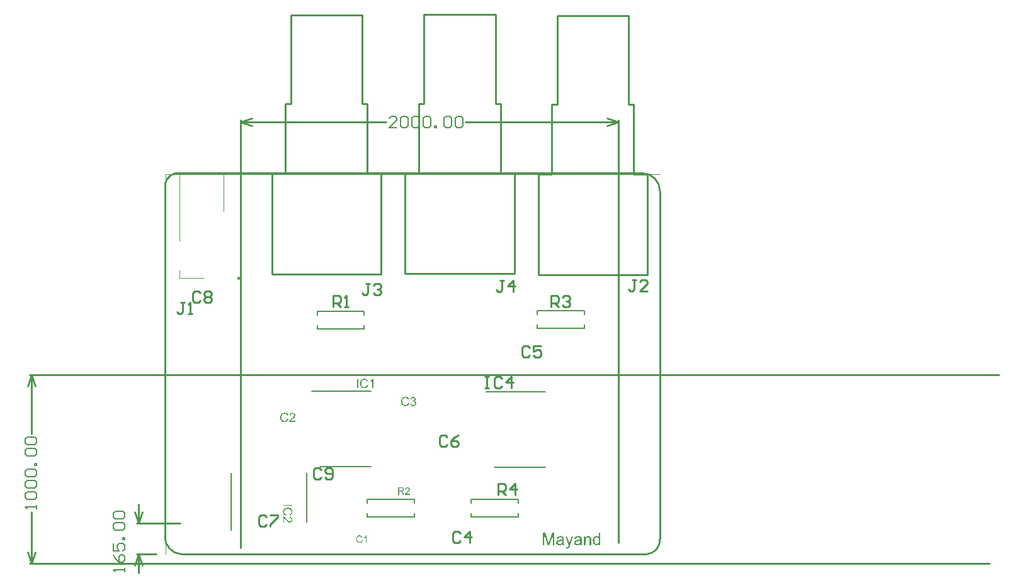
<source format=gto>
G04*
G04 #@! TF.GenerationSoftware,Altium Limited,Altium Designer,21.2.2 (38)*
G04*
G04 Layer_Color=65535*
%FSLAX25Y25*%
%MOIN*%
G70*
G04*
G04 #@! TF.SameCoordinates,E511DB09-7795-4F42-8736-8E558125F004*
G04*
G04*
G04 #@! TF.FilePolarity,Positive*
G04*
G01*
G75*
%ADD10C,0.01181*%
%ADD11C,0.00787*%
%ADD12C,0.00000*%
%ADD13C,0.01000*%
%ADD14C,0.00394*%
%ADD15C,0.00600*%
G36*
X310016Y47878D02*
X309285D01*
Y48461D01*
X309276Y48451D01*
X309266Y48433D01*
X309239Y48396D01*
X309202Y48349D01*
X309156Y48303D01*
X309100Y48248D01*
X309035Y48183D01*
X308952Y48118D01*
X308869Y48054D01*
X308776Y47989D01*
X308665Y47933D01*
X308545Y47887D01*
X308425Y47841D01*
X308286Y47804D01*
X308138Y47785D01*
X307981Y47776D01*
X307925D01*
X307888Y47785D01*
X307777Y47794D01*
X307648Y47813D01*
X307490Y47850D01*
X307315Y47905D01*
X307139Y47980D01*
X306963Y48081D01*
X306954D01*
X306945Y48100D01*
X306889Y48137D01*
X306806Y48211D01*
X306704Y48303D01*
X306584Y48423D01*
X306464Y48572D01*
X306344Y48738D01*
X306242Y48932D01*
Y48941D01*
X306233Y48960D01*
X306223Y48988D01*
X306205Y49025D01*
X306186Y49080D01*
X306158Y49145D01*
X306140Y49210D01*
X306121Y49293D01*
X306075Y49478D01*
X306029Y49691D01*
X306001Y49931D01*
X305992Y50190D01*
Y50200D01*
Y50218D01*
Y50255D01*
Y50310D01*
X306001Y50366D01*
Y50440D01*
X306020Y50607D01*
X306048Y50801D01*
X306094Y51013D01*
X306149Y51236D01*
X306223Y51448D01*
Y51458D01*
X306233Y51476D01*
X306251Y51504D01*
X306270Y51541D01*
X306325Y51643D01*
X306399Y51772D01*
X306491Y51911D01*
X306612Y52049D01*
X306750Y52197D01*
X306917Y52318D01*
X306926D01*
X306936Y52327D01*
X306963Y52346D01*
X307000Y52364D01*
X307093Y52410D01*
X307222Y52475D01*
X307370Y52530D01*
X307546Y52577D01*
X307740Y52614D01*
X307944Y52623D01*
X308018D01*
X308092Y52614D01*
X308193Y52605D01*
X308314Y52577D01*
X308443Y52549D01*
X308573Y52503D01*
X308693Y52438D01*
X308712Y52429D01*
X308749Y52410D01*
X308804Y52364D01*
X308878Y52318D01*
X308970Y52253D01*
X309054Y52170D01*
X309146Y52087D01*
X309229Y51985D01*
Y54279D01*
X310016D01*
Y47878D01*
D02*
G37*
G36*
X303633Y52614D02*
X303735Y52605D01*
X303855Y52586D01*
X303985Y52558D01*
X304123Y52521D01*
X304253Y52466D01*
X304272Y52456D01*
X304309Y52438D01*
X304373Y52410D01*
X304447Y52364D01*
X304540Y52308D01*
X304623Y52235D01*
X304706Y52161D01*
X304780Y52068D01*
X304789Y52059D01*
X304808Y52022D01*
X304836Y51976D01*
X304882Y51911D01*
X304919Y51818D01*
X304956Y51726D01*
X305002Y51615D01*
X305030Y51494D01*
Y51485D01*
X305039Y51448D01*
X305048Y51393D01*
X305058Y51319D01*
Y51208D01*
X305067Y51078D01*
X305076Y50921D01*
Y50727D01*
Y47878D01*
X304290D01*
Y50690D01*
Y50699D01*
Y50708D01*
Y50773D01*
Y50856D01*
X304281Y50958D01*
X304272Y51078D01*
X304253Y51199D01*
X304225Y51310D01*
X304198Y51411D01*
Y51420D01*
X304179Y51448D01*
X304151Y51494D01*
X304123Y51550D01*
X304077Y51605D01*
X304022Y51670D01*
X303948Y51735D01*
X303865Y51790D01*
X303855Y51800D01*
X303828Y51818D01*
X303772Y51837D01*
X303707Y51864D01*
X303633Y51892D01*
X303541Y51920D01*
X303430Y51929D01*
X303319Y51938D01*
X303273D01*
X303236Y51929D01*
X303143Y51920D01*
X303023Y51902D01*
X302893Y51855D01*
X302745Y51800D01*
X302597Y51726D01*
X302459Y51615D01*
X302440Y51596D01*
X302403Y51550D01*
X302375Y51513D01*
X302347Y51467D01*
X302310Y51411D01*
X302283Y51346D01*
X302246Y51272D01*
X302209Y51180D01*
X302181Y51078D01*
X302153Y50967D01*
X302135Y50847D01*
X302116Y50718D01*
X302098Y50560D01*
Y50403D01*
Y47878D01*
X301311D01*
Y52521D01*
X302014D01*
Y51855D01*
X302024Y51864D01*
X302042Y51892D01*
X302070Y51929D01*
X302107Y51976D01*
X302163Y52031D01*
X302227Y52096D01*
X302301Y52170D01*
X302394Y52244D01*
X302486Y52308D01*
X302597Y52382D01*
X302717Y52447D01*
X302847Y52503D01*
X302995Y52549D01*
X303143Y52586D01*
X303309Y52614D01*
X303485Y52623D01*
X303559D01*
X303633Y52614D01*
D02*
G37*
G36*
X285605Y47878D02*
X284791D01*
Y53233D01*
X282923Y47878D01*
X282164D01*
X280314Y53326D01*
Y47878D01*
X279500D01*
Y54279D01*
X280767D01*
X282284Y49737D01*
Y49728D01*
X282294Y49709D01*
X282303Y49681D01*
X282321Y49635D01*
X282358Y49524D01*
X282404Y49385D01*
X282451Y49228D01*
X282506Y49071D01*
X282553Y48923D01*
X282590Y48794D01*
X282599Y48812D01*
X282608Y48858D01*
X282636Y48941D01*
X282673Y49053D01*
X282719Y49200D01*
X282784Y49376D01*
X282849Y49580D01*
X282932Y49820D01*
X284467Y54279D01*
X285605D01*
Y47878D01*
D02*
G37*
G36*
X293893Y47804D02*
Y47794D01*
X293884Y47767D01*
X293865Y47730D01*
X293847Y47684D01*
X293819Y47619D01*
X293791Y47545D01*
X293726Y47387D01*
X293662Y47212D01*
X293588Y47036D01*
X293514Y46879D01*
X293477Y46814D01*
X293449Y46749D01*
X293440Y46731D01*
X293412Y46685D01*
X293366Y46620D01*
X293310Y46536D01*
X293236Y46444D01*
X293153Y46352D01*
X293070Y46259D01*
X292968Y46185D01*
X292959Y46176D01*
X292922Y46157D01*
X292866Y46130D01*
X292783Y46093D01*
X292690Y46055D01*
X292580Y46028D01*
X292459Y46009D01*
X292320Y46000D01*
X292284D01*
X292237Y46009D01*
X292173D01*
X292098Y46028D01*
X292015Y46046D01*
X291923Y46065D01*
X291821Y46102D01*
X291738Y46832D01*
X291747D01*
X291784Y46823D01*
X291830Y46814D01*
X291886Y46795D01*
X292034Y46768D01*
X292182Y46758D01*
X292228D01*
X292274Y46768D01*
X292330D01*
X292469Y46795D01*
X292533Y46823D01*
X292598Y46851D01*
X292607D01*
X292626Y46870D01*
X292653Y46888D01*
X292690Y46916D01*
X292774Y46990D01*
X292848Y47091D01*
Y47101D01*
X292866Y47119D01*
X292885Y47156D01*
X292903Y47212D01*
X292940Y47286D01*
X292977Y47397D01*
X293033Y47526D01*
X293088Y47684D01*
Y47693D01*
X293107Y47730D01*
X293125Y47794D01*
X293162Y47878D01*
X291405Y52521D01*
X292237D01*
X293209Y49830D01*
Y49820D01*
X293218Y49811D01*
X293227Y49783D01*
X293236Y49737D01*
X293255Y49691D01*
X293273Y49635D01*
X293320Y49506D01*
X293375Y49349D01*
X293430Y49163D01*
X293486Y48969D01*
X293542Y48757D01*
Y48766D01*
X293551Y48784D01*
X293560Y48812D01*
X293569Y48849D01*
X293579Y48895D01*
X293597Y48951D01*
X293634Y49090D01*
X293680Y49247D01*
X293745Y49432D01*
X293800Y49617D01*
X293875Y49811D01*
X294873Y52521D01*
X295660D01*
X293893Y47804D01*
D02*
G37*
G36*
X298499Y52614D02*
X298638Y52605D01*
X298796Y52586D01*
X298953Y52558D01*
X299110Y52521D01*
X299258Y52475D01*
X299276Y52466D01*
X299323Y52447D01*
X299388Y52420D01*
X299471Y52382D01*
X299563Y52327D01*
X299656Y52271D01*
X299739Y52197D01*
X299813Y52123D01*
X299822Y52114D01*
X299841Y52087D01*
X299868Y52040D01*
X299905Y51985D01*
X299952Y51902D01*
X299989Y51818D01*
X300026Y51717D01*
X300054Y51596D01*
Y51587D01*
X300063Y51559D01*
X300072Y51504D01*
X300081Y51430D01*
Y51328D01*
X300091Y51208D01*
X300100Y51051D01*
Y50875D01*
Y49820D01*
Y49811D01*
Y49774D01*
Y49718D01*
Y49645D01*
Y49561D01*
Y49459D01*
X300109Y49237D01*
Y49006D01*
X300118Y48775D01*
X300128Y48673D01*
Y48581D01*
X300137Y48498D01*
X300146Y48433D01*
Y48423D01*
X300155Y48386D01*
X300165Y48331D01*
X300192Y48257D01*
X300211Y48174D01*
X300248Y48081D01*
X300294Y47980D01*
X300340Y47878D01*
X299517D01*
X299508Y47887D01*
X299499Y47924D01*
X299480Y47970D01*
X299452Y48044D01*
X299425Y48127D01*
X299406Y48229D01*
X299388Y48340D01*
X299369Y48461D01*
X299360D01*
X299351Y48442D01*
X299295Y48396D01*
X299212Y48331D01*
X299101Y48248D01*
X298962Y48164D01*
X298823Y48072D01*
X298675Y47989D01*
X298518Y47924D01*
X298499Y47915D01*
X298444Y47905D01*
X298361Y47878D01*
X298259Y47850D01*
X298130Y47822D01*
X297982Y47804D01*
X297815Y47785D01*
X297649Y47776D01*
X297574D01*
X297519Y47785D01*
X297454D01*
X297380Y47794D01*
X297214Y47822D01*
X297029Y47868D01*
X296825Y47933D01*
X296640Y48026D01*
X296474Y48146D01*
X296455Y48164D01*
X296409Y48211D01*
X296344Y48294D01*
X296270Y48405D01*
X296196Y48544D01*
X296131Y48701D01*
X296085Y48895D01*
X296076Y48988D01*
X296067Y49099D01*
Y49117D01*
Y49154D01*
X296076Y49219D01*
X296085Y49302D01*
X296104Y49404D01*
X296131Y49506D01*
X296168Y49617D01*
X296215Y49718D01*
X296224Y49728D01*
X296242Y49765D01*
X296280Y49820D01*
X296326Y49885D01*
X296381Y49959D01*
X296455Y50033D01*
X296529Y50107D01*
X296622Y50172D01*
X296631Y50181D01*
X296668Y50200D01*
X296714Y50236D01*
X296788Y50274D01*
X296871Y50310D01*
X296973Y50357D01*
X297075Y50394D01*
X297195Y50431D01*
X297204D01*
X297241Y50440D01*
X297297Y50459D01*
X297371Y50468D01*
X297463Y50486D01*
X297584Y50505D01*
X297723Y50533D01*
X297889Y50551D01*
X297898D01*
X297935Y50560D01*
X297982D01*
X298046Y50569D01*
X298120Y50579D01*
X298213Y50597D01*
X298314Y50607D01*
X298426Y50625D01*
X298647Y50671D01*
X298888Y50718D01*
X299101Y50773D01*
X299202Y50801D01*
X299295Y50828D01*
Y50838D01*
Y50856D01*
X299304Y50912D01*
Y50977D01*
Y51013D01*
Y51032D01*
Y51041D01*
Y51051D01*
Y51106D01*
X299295Y51199D01*
X299276Y51300D01*
X299249Y51411D01*
X299202Y51522D01*
X299147Y51624D01*
X299073Y51707D01*
X299064Y51717D01*
X299018Y51753D01*
X298943Y51790D01*
X298851Y51846D01*
X298722Y51892D01*
X298573Y51938D01*
X298389Y51966D01*
X298176Y51976D01*
X298083D01*
X297991Y51966D01*
X297861Y51948D01*
X297732Y51929D01*
X297593Y51892D01*
X297463Y51846D01*
X297353Y51781D01*
X297343Y51772D01*
X297306Y51744D01*
X297260Y51698D01*
X297204Y51624D01*
X297149Y51531D01*
X297084Y51411D01*
X297029Y51263D01*
X296973Y51097D01*
X296205Y51199D01*
Y51208D01*
X296215Y51217D01*
Y51245D01*
X296224Y51282D01*
X296252Y51365D01*
X296289Y51485D01*
X296335Y51605D01*
X296391Y51735D01*
X296464Y51864D01*
X296548Y51985D01*
X296557Y51994D01*
X296594Y52031D01*
X296650Y52087D01*
X296724Y52161D01*
X296825Y52235D01*
X296946Y52308D01*
X297084Y52392D01*
X297241Y52456D01*
X297251D01*
X297260Y52466D01*
X297288Y52475D01*
X297325Y52484D01*
X297417Y52512D01*
X297547Y52540D01*
X297695Y52567D01*
X297880Y52595D01*
X298074Y52614D01*
X298296Y52623D01*
X298398D01*
X298499Y52614D01*
D02*
G37*
G36*
X289046D02*
X289185Y52605D01*
X289342Y52586D01*
X289499Y52558D01*
X289656Y52521D01*
X289805Y52475D01*
X289823Y52466D01*
X289869Y52447D01*
X289934Y52420D01*
X290017Y52382D01*
X290110Y52327D01*
X290202Y52271D01*
X290285Y52197D01*
X290359Y52123D01*
X290369Y52114D01*
X290387Y52087D01*
X290415Y52040D01*
X290452Y51985D01*
X290498Y51902D01*
X290535Y51818D01*
X290572Y51717D01*
X290600Y51596D01*
Y51587D01*
X290609Y51559D01*
X290618Y51504D01*
X290628Y51430D01*
Y51328D01*
X290637Y51208D01*
X290646Y51051D01*
Y50875D01*
Y49820D01*
Y49811D01*
Y49774D01*
Y49718D01*
Y49645D01*
Y49561D01*
Y49459D01*
X290655Y49237D01*
Y49006D01*
X290665Y48775D01*
X290674Y48673D01*
Y48581D01*
X290683Y48498D01*
X290692Y48433D01*
Y48423D01*
X290702Y48386D01*
X290711Y48331D01*
X290739Y48257D01*
X290757Y48174D01*
X290794Y48081D01*
X290841Y47980D01*
X290887Y47878D01*
X290064D01*
X290054Y47887D01*
X290045Y47924D01*
X290026Y47970D01*
X289999Y48044D01*
X289971Y48127D01*
X289952Y48229D01*
X289934Y48340D01*
X289915Y48461D01*
X289906D01*
X289897Y48442D01*
X289842Y48396D01*
X289758Y48331D01*
X289647Y48248D01*
X289509Y48164D01*
X289370Y48072D01*
X289222Y47989D01*
X289065Y47924D01*
X289046Y47915D01*
X288990Y47905D01*
X288907Y47878D01*
X288806Y47850D01*
X288676Y47822D01*
X288528Y47804D01*
X288362Y47785D01*
X288195Y47776D01*
X288121D01*
X288066Y47785D01*
X288001D01*
X287927Y47794D01*
X287760Y47822D01*
X287575Y47868D01*
X287372Y47933D01*
X287187Y48026D01*
X287020Y48146D01*
X287002Y48164D01*
X286955Y48211D01*
X286891Y48294D01*
X286817Y48405D01*
X286743Y48544D01*
X286678Y48701D01*
X286632Y48895D01*
X286623Y48988D01*
X286613Y49099D01*
Y49117D01*
Y49154D01*
X286623Y49219D01*
X286632Y49302D01*
X286650Y49404D01*
X286678Y49506D01*
X286715Y49617D01*
X286761Y49718D01*
X286771Y49728D01*
X286789Y49765D01*
X286826Y49820D01*
X286872Y49885D01*
X286928Y49959D01*
X287002Y50033D01*
X287076Y50107D01*
X287168Y50172D01*
X287177Y50181D01*
X287214Y50200D01*
X287261Y50236D01*
X287335Y50274D01*
X287418Y50310D01*
X287520Y50357D01*
X287621Y50394D01*
X287742Y50431D01*
X287751D01*
X287788Y50440D01*
X287843Y50459D01*
X287917Y50468D01*
X288010Y50486D01*
X288130Y50505D01*
X288269Y50533D01*
X288436Y50551D01*
X288445D01*
X288482Y50560D01*
X288528D01*
X288593Y50569D01*
X288667Y50579D01*
X288759Y50597D01*
X288861Y50607D01*
X288972Y50625D01*
X289194Y50671D01*
X289435Y50718D01*
X289647Y50773D01*
X289749Y50801D01*
X289842Y50828D01*
Y50838D01*
Y50856D01*
X289851Y50912D01*
Y50977D01*
Y51013D01*
Y51032D01*
Y51041D01*
Y51051D01*
Y51106D01*
X289842Y51199D01*
X289823Y51300D01*
X289795Y51411D01*
X289749Y51522D01*
X289693Y51624D01*
X289619Y51707D01*
X289610Y51717D01*
X289564Y51753D01*
X289490Y51790D01*
X289398Y51846D01*
X289268Y51892D01*
X289120Y51938D01*
X288935Y51966D01*
X288722Y51976D01*
X288630D01*
X288537Y51966D01*
X288408Y51948D01*
X288278Y51929D01*
X288140Y51892D01*
X288010Y51846D01*
X287899Y51781D01*
X287890Y51772D01*
X287853Y51744D01*
X287807Y51698D01*
X287751Y51624D01*
X287696Y51531D01*
X287631Y51411D01*
X287575Y51263D01*
X287520Y51097D01*
X286752Y51199D01*
Y51208D01*
X286761Y51217D01*
Y51245D01*
X286771Y51282D01*
X286798Y51365D01*
X286835Y51485D01*
X286881Y51605D01*
X286937Y51735D01*
X287011Y51864D01*
X287094Y51985D01*
X287104Y51994D01*
X287140Y52031D01*
X287196Y52087D01*
X287270Y52161D01*
X287372Y52235D01*
X287492Y52308D01*
X287631Y52392D01*
X287788Y52456D01*
X287797D01*
X287807Y52466D01*
X287834Y52475D01*
X287871Y52484D01*
X287964Y52512D01*
X288093Y52540D01*
X288241Y52567D01*
X288426Y52595D01*
X288620Y52614D01*
X288843Y52623D01*
X288944D01*
X289046Y52614D01*
D02*
G37*
G36*
X146901Y68595D02*
X142099D01*
Y69233D01*
X146901D01*
Y68595D01*
D02*
G37*
G36*
X144660Y67651D02*
X144729D01*
X144798Y67644D01*
X144889Y67637D01*
X144979Y67623D01*
X145180Y67588D01*
X145402Y67540D01*
X145624Y67470D01*
X145839Y67373D01*
X145846Y67366D01*
X145867Y67359D01*
X145895Y67345D01*
X145930Y67318D01*
X145978Y67290D01*
X146034Y67255D01*
X146159Y67165D01*
X146298Y67047D01*
X146436Y66908D01*
X146575Y66749D01*
X146693Y66561D01*
X146700Y66554D01*
X146707Y66533D01*
X146721Y66506D01*
X146742Y66471D01*
X146762Y66415D01*
X146783Y66360D01*
X146811Y66290D01*
X146839Y66214D01*
X146867Y66131D01*
X146894Y66041D01*
X146936Y65846D01*
X146971Y65624D01*
X146985Y65395D01*
Y65326D01*
X146978Y65277D01*
X146971Y65215D01*
X146964Y65139D01*
X146957Y65062D01*
X146936Y64972D01*
X146894Y64784D01*
X146832Y64576D01*
X146790Y64472D01*
X146742Y64375D01*
X146679Y64278D01*
X146617Y64181D01*
X146610Y64174D01*
X146603Y64160D01*
X146582Y64132D01*
X146547Y64097D01*
X146513Y64063D01*
X146464Y64014D01*
X146408Y63966D01*
X146353Y63910D01*
X146284Y63855D01*
X146200Y63799D01*
X146117Y63737D01*
X146027Y63681D01*
X145923Y63633D01*
X145819Y63577D01*
X145708Y63535D01*
X145583Y63494D01*
X145437Y64118D01*
X145444D01*
X145458Y64125D01*
X145485Y64139D01*
X145520Y64153D01*
X145562Y64167D01*
X145617Y64188D01*
X145728Y64243D01*
X145853Y64313D01*
X145978Y64396D01*
X146096Y64500D01*
X146200Y64611D01*
X146214Y64625D01*
X146242Y64667D01*
X146277Y64736D01*
X146325Y64826D01*
X146367Y64944D01*
X146408Y65076D01*
X146436Y65236D01*
X146443Y65409D01*
Y65465D01*
X146436Y65499D01*
Y65548D01*
X146429Y65604D01*
X146408Y65735D01*
X146381Y65881D01*
X146332Y66034D01*
X146263Y66193D01*
X146172Y66339D01*
Y66346D01*
X146159Y66353D01*
X146124Y66402D01*
X146068Y66464D01*
X145985Y66540D01*
X145881Y66631D01*
X145763Y66714D01*
X145617Y66790D01*
X145458Y66860D01*
X145451D01*
X145437Y66866D01*
X145416Y66874D01*
X145381Y66880D01*
X145340Y66894D01*
X145291Y66908D01*
X145173Y66929D01*
X145034Y66957D01*
X144882Y66984D01*
X144715Y66998D01*
X144535Y67005D01*
X144528D01*
X144507D01*
X144472D01*
X144431D01*
X144382Y66998D01*
X144320D01*
X144250Y66992D01*
X144174Y66984D01*
X144007Y66964D01*
X143827Y66929D01*
X143646Y66887D01*
X143466Y66832D01*
X143459D01*
X143445Y66825D01*
X143424Y66811D01*
X143390Y66797D01*
X143306Y66755D01*
X143209Y66693D01*
X143098Y66617D01*
X142980Y66519D01*
X142876Y66408D01*
X142779Y66277D01*
Y66270D01*
X142772Y66256D01*
X142758Y66235D01*
X142744Y66207D01*
X142730Y66172D01*
X142710Y66131D01*
X142668Y66034D01*
X142626Y65909D01*
X142592Y65770D01*
X142564Y65617D01*
X142557Y65458D01*
Y65409D01*
X142564Y65368D01*
Y65319D01*
X142571Y65270D01*
X142598Y65145D01*
X142633Y65000D01*
X142689Y64854D01*
X142765Y64701D01*
X142807Y64625D01*
X142862Y64556D01*
X142869Y64549D01*
X142876Y64542D01*
X142897Y64521D01*
X142918Y64493D01*
X142952Y64465D01*
X142994Y64431D01*
X143036Y64389D01*
X143091Y64354D01*
X143154Y64313D01*
X143223Y64264D01*
X143292Y64222D01*
X143376Y64181D01*
X143466Y64146D01*
X143563Y64111D01*
X143667Y64077D01*
X143778Y64049D01*
X143619Y63410D01*
X143612D01*
X143584Y63417D01*
X143542Y63431D01*
X143487Y63452D01*
X143424Y63473D01*
X143348Y63501D01*
X143265Y63535D01*
X143175Y63577D01*
X142980Y63674D01*
X142786Y63799D01*
X142689Y63875D01*
X142592Y63952D01*
X142508Y64035D01*
X142425Y64132D01*
X142418Y64139D01*
X142404Y64153D01*
X142390Y64188D01*
X142362Y64222D01*
X142328Y64278D01*
X142293Y64333D01*
X142258Y64410D01*
X142224Y64486D01*
X142182Y64576D01*
X142147Y64674D01*
X142113Y64778D01*
X142078Y64889D01*
X142050Y65007D01*
X142036Y65131D01*
X142022Y65263D01*
X142016Y65402D01*
Y65478D01*
X142022Y65534D01*
Y65596D01*
X142029Y65673D01*
X142043Y65756D01*
X142057Y65853D01*
X142092Y66055D01*
X142147Y66263D01*
X142224Y66471D01*
X142272Y66568D01*
X142328Y66665D01*
X142335Y66672D01*
X142342Y66686D01*
X142362Y66714D01*
X142390Y66742D01*
X142418Y66783D01*
X142460Y66832D01*
X142508Y66887D01*
X142564Y66943D01*
X142626Y66998D01*
X142689Y67061D01*
X142848Y67186D01*
X143036Y67304D01*
X143244Y67408D01*
X143251D01*
X143272Y67422D01*
X143306Y67429D01*
X143348Y67449D01*
X143403Y67463D01*
X143473Y67484D01*
X143549Y67512D01*
X143632Y67533D01*
X143723Y67554D01*
X143827Y67581D01*
X144042Y67616D01*
X144285Y67644D01*
X144535Y67658D01*
X144542D01*
X144569D01*
X144611D01*
X144660Y67651D01*
D02*
G37*
G36*
X142231Y62945D02*
X142293Y62938D01*
X142362Y62925D01*
X142432Y62911D01*
X142508Y62883D01*
X142515D01*
X142522Y62876D01*
X142564Y62862D01*
X142626Y62834D01*
X142710Y62793D01*
X142807Y62737D01*
X142918Y62668D01*
X143029Y62591D01*
X143147Y62494D01*
X143154D01*
X143161Y62480D01*
X143202Y62446D01*
X143265Y62383D01*
X143355Y62293D01*
X143459Y62189D01*
X143584Y62057D01*
X143723Y61897D01*
X143869Y61724D01*
X143875Y61717D01*
X143896Y61689D01*
X143931Y61648D01*
X143973Y61599D01*
X144028Y61537D01*
X144090Y61460D01*
X144160Y61384D01*
X144236Y61294D01*
X144403Y61120D01*
X144569Y60947D01*
X144653Y60863D01*
X144736Y60787D01*
X144812Y60718D01*
X144889Y60662D01*
X144896D01*
X144903Y60648D01*
X144923Y60634D01*
X144951Y60620D01*
X145027Y60572D01*
X145118Y60516D01*
X145229Y60468D01*
X145347Y60419D01*
X145478Y60391D01*
X145604Y60378D01*
X145610D01*
X145617D01*
X145659Y60385D01*
X145728Y60391D01*
X145805Y60412D01*
X145902Y60440D01*
X145999Y60489D01*
X146096Y60551D01*
X146193Y60634D01*
X146207Y60648D01*
X146235Y60683D01*
X146270Y60732D01*
X146318Y60808D01*
X146360Y60905D01*
X146402Y61016D01*
X146429Y61148D01*
X146436Y61294D01*
Y61335D01*
X146429Y61363D01*
X146422Y61446D01*
X146402Y61544D01*
X146374Y61648D01*
X146325Y61766D01*
X146263Y61877D01*
X146179Y61981D01*
X146166Y61995D01*
X146131Y62022D01*
X146075Y62064D01*
X145992Y62106D01*
X145895Y62154D01*
X145770Y62196D01*
X145631Y62224D01*
X145472Y62238D01*
X145534Y62841D01*
X145541D01*
X145562Y62834D01*
X145597D01*
X145645Y62827D01*
X145701Y62814D01*
X145763Y62800D01*
X145839Y62779D01*
X145916Y62758D01*
X146082Y62703D01*
X146249Y62619D01*
X146332Y62571D01*
X146415Y62508D01*
X146492Y62446D01*
X146561Y62376D01*
X146568Y62369D01*
X146575Y62356D01*
X146596Y62335D01*
X146617Y62300D01*
X146644Y62258D01*
X146672Y62210D01*
X146707Y62154D01*
X146742Y62085D01*
X146776Y62009D01*
X146811Y61925D01*
X146839Y61835D01*
X146867Y61738D01*
X146887Y61634D01*
X146908Y61523D01*
X146915Y61405D01*
X146922Y61280D01*
Y61210D01*
X146915Y61162D01*
X146908Y61106D01*
X146901Y61037D01*
X146887Y60961D01*
X146873Y60884D01*
X146825Y60704D01*
X146756Y60523D01*
X146714Y60433D01*
X146665Y60343D01*
X146603Y60260D01*
X146533Y60183D01*
X146527Y60176D01*
X146519Y60163D01*
X146492Y60149D01*
X146464Y60121D01*
X146429Y60086D01*
X146381Y60052D01*
X146332Y60017D01*
X146270Y59975D01*
X146138Y59906D01*
X145971Y59836D01*
X145888Y59809D01*
X145791Y59795D01*
X145694Y59781D01*
X145590Y59774D01*
X145576D01*
X145541D01*
X145485Y59781D01*
X145409Y59788D01*
X145326Y59802D01*
X145229Y59829D01*
X145125Y59857D01*
X145020Y59899D01*
X145007Y59906D01*
X144972Y59920D01*
X144916Y59947D01*
X144840Y59989D01*
X144757Y60044D01*
X144653Y60114D01*
X144549Y60197D01*
X144431Y60294D01*
X144417Y60308D01*
X144375Y60343D01*
X144340Y60378D01*
X144306Y60412D01*
X144264Y60454D01*
X144209Y60510D01*
X144153Y60565D01*
X144090Y60634D01*
X144021Y60704D01*
X143945Y60787D01*
X143869Y60877D01*
X143778Y60975D01*
X143688Y61085D01*
X143591Y61197D01*
X143584Y61203D01*
X143570Y61217D01*
X143549Y61245D01*
X143521Y61280D01*
X143480Y61322D01*
X143438Y61370D01*
X143348Y61481D01*
X143244Y61599D01*
X143140Y61710D01*
X143050Y61807D01*
X143015Y61849D01*
X142980Y61884D01*
X142973Y61891D01*
X142952Y61911D01*
X142925Y61939D01*
X142883Y61974D01*
X142834Y62009D01*
X142786Y62050D01*
X142668Y62134D01*
Y59767D01*
X142099D01*
Y62952D01*
X142106D01*
X142133D01*
X142175D01*
X142231Y62945D01*
D02*
G37*
G36*
X207962Y78423D02*
X208006Y78417D01*
X208062Y78412D01*
X208123Y78401D01*
X208184Y78390D01*
X208328Y78351D01*
X208472Y78295D01*
X208545Y78262D01*
X208617Y78223D01*
X208683Y78173D01*
X208745Y78118D01*
X208750Y78112D01*
X208761Y78107D01*
X208772Y78084D01*
X208794Y78062D01*
X208822Y78035D01*
X208850Y77996D01*
X208878Y77957D01*
X208911Y77907D01*
X208966Y77802D01*
X209022Y77668D01*
X209044Y77602D01*
X209055Y77524D01*
X209066Y77446D01*
X209072Y77363D01*
Y77352D01*
Y77324D01*
X209066Y77280D01*
X209061Y77219D01*
X209050Y77152D01*
X209028Y77074D01*
X209005Y76991D01*
X208972Y76908D01*
X208966Y76897D01*
X208955Y76869D01*
X208933Y76825D01*
X208900Y76764D01*
X208856Y76697D01*
X208800Y76614D01*
X208733Y76530D01*
X208656Y76436D01*
X208645Y76425D01*
X208617Y76392D01*
X208589Y76364D01*
X208561Y76336D01*
X208528Y76303D01*
X208484Y76259D01*
X208439Y76214D01*
X208384Y76164D01*
X208328Y76109D01*
X208262Y76048D01*
X208190Y75987D01*
X208112Y75915D01*
X208023Y75842D01*
X207934Y75765D01*
X207929Y75759D01*
X207917Y75748D01*
X207895Y75731D01*
X207868Y75709D01*
X207834Y75676D01*
X207795Y75643D01*
X207707Y75570D01*
X207612Y75487D01*
X207523Y75404D01*
X207446Y75332D01*
X207413Y75304D01*
X207385Y75276D01*
X207379Y75271D01*
X207363Y75254D01*
X207340Y75232D01*
X207313Y75199D01*
X207285Y75160D01*
X207252Y75121D01*
X207185Y75027D01*
X209078D01*
Y74571D01*
X206530D01*
Y74577D01*
Y74599D01*
Y74632D01*
X206536Y74677D01*
X206541Y74727D01*
X206552Y74782D01*
X206563Y74838D01*
X206586Y74899D01*
Y74904D01*
X206591Y74910D01*
X206602Y74943D01*
X206624Y74993D01*
X206658Y75060D01*
X206702Y75138D01*
X206758Y75226D01*
X206819Y75315D01*
X206896Y75409D01*
Y75415D01*
X206907Y75420D01*
X206935Y75454D01*
X206985Y75504D01*
X207057Y75576D01*
X207140Y75659D01*
X207246Y75759D01*
X207374Y75870D01*
X207512Y75987D01*
X207518Y75992D01*
X207540Y76009D01*
X207573Y76037D01*
X207612Y76070D01*
X207662Y76114D01*
X207723Y76164D01*
X207784Y76220D01*
X207856Y76281D01*
X207995Y76414D01*
X208134Y76547D01*
X208201Y76614D01*
X208262Y76680D01*
X208317Y76741D01*
X208362Y76802D01*
Y76808D01*
X208373Y76814D01*
X208384Y76830D01*
X208395Y76852D01*
X208434Y76913D01*
X208478Y76986D01*
X208517Y77074D01*
X208556Y77169D01*
X208578Y77274D01*
X208589Y77374D01*
Y77380D01*
Y77385D01*
X208583Y77419D01*
X208578Y77474D01*
X208561Y77535D01*
X208539Y77613D01*
X208500Y77691D01*
X208450Y77768D01*
X208384Y77846D01*
X208373Y77857D01*
X208345Y77879D01*
X208306Y77907D01*
X208245Y77946D01*
X208167Y77979D01*
X208079Y78012D01*
X207973Y78035D01*
X207856Y78040D01*
X207823D01*
X207801Y78035D01*
X207734Y78029D01*
X207657Y78012D01*
X207573Y77990D01*
X207479Y77951D01*
X207390Y77901D01*
X207307Y77835D01*
X207296Y77824D01*
X207274Y77796D01*
X207240Y77751D01*
X207207Y77685D01*
X207168Y77607D01*
X207135Y77507D01*
X207113Y77396D01*
X207102Y77269D01*
X206619Y77319D01*
Y77324D01*
X206624Y77341D01*
Y77369D01*
X206630Y77407D01*
X206641Y77452D01*
X206652Y77502D01*
X206669Y77563D01*
X206685Y77624D01*
X206730Y77757D01*
X206796Y77890D01*
X206835Y77957D01*
X206885Y78023D01*
X206935Y78084D01*
X206991Y78140D01*
X206996Y78146D01*
X207007Y78151D01*
X207024Y78168D01*
X207052Y78184D01*
X207085Y78207D01*
X207124Y78229D01*
X207168Y78257D01*
X207224Y78284D01*
X207285Y78312D01*
X207351Y78340D01*
X207424Y78362D01*
X207501Y78384D01*
X207585Y78401D01*
X207673Y78417D01*
X207768Y78423D01*
X207868Y78429D01*
X207923D01*
X207962Y78423D01*
D02*
G37*
G36*
X204749Y78406D02*
X204798D01*
X204915Y78401D01*
X205037Y78384D01*
X205170Y78368D01*
X205292Y78340D01*
X205353Y78323D01*
X205403Y78307D01*
X205409D01*
X205415Y78301D01*
X205448Y78284D01*
X205498Y78262D01*
X205559Y78223D01*
X205625Y78173D01*
X205697Y78107D01*
X205764Y78029D01*
X205831Y77940D01*
Y77935D01*
X205836Y77929D01*
X205858Y77896D01*
X205881Y77840D01*
X205914Y77768D01*
X205942Y77685D01*
X205970Y77585D01*
X205986Y77480D01*
X205992Y77363D01*
Y77358D01*
Y77346D01*
Y77324D01*
X205986Y77296D01*
Y77258D01*
X205981Y77219D01*
X205958Y77124D01*
X205925Y77013D01*
X205881Y76897D01*
X205814Y76780D01*
X205770Y76725D01*
X205725Y76669D01*
X205720Y76664D01*
X205714Y76658D01*
X205697Y76641D01*
X205675Y76625D01*
X205648Y76603D01*
X205614Y76581D01*
X205570Y76553D01*
X205525Y76519D01*
X205470Y76492D01*
X205409Y76464D01*
X205342Y76431D01*
X205270Y76403D01*
X205187Y76381D01*
X205104Y76353D01*
X205009Y76336D01*
X204909Y76320D01*
X204921Y76314D01*
X204943Y76303D01*
X204976Y76281D01*
X205020Y76259D01*
X205120Y76197D01*
X205170Y76159D01*
X205215Y76125D01*
X205226Y76114D01*
X205254Y76086D01*
X205298Y76042D01*
X205353Y75987D01*
X205415Y75909D01*
X205487Y75826D01*
X205559Y75726D01*
X205637Y75615D01*
X206297Y74571D01*
X205664D01*
X205159Y75371D01*
Y75376D01*
X205148Y75387D01*
X205137Y75404D01*
X205120Y75426D01*
X205082Y75487D01*
X205031Y75565D01*
X204971Y75648D01*
X204909Y75737D01*
X204848Y75820D01*
X204793Y75898D01*
X204787Y75903D01*
X204771Y75926D01*
X204743Y75959D01*
X204704Y75998D01*
X204621Y76081D01*
X204576Y76120D01*
X204532Y76153D01*
X204526Y76159D01*
X204515Y76164D01*
X204493Y76175D01*
X204460Y76192D01*
X204427Y76209D01*
X204388Y76225D01*
X204299Y76253D01*
X204293D01*
X204282Y76259D01*
X204260D01*
X204232Y76264D01*
X204193Y76270D01*
X204149D01*
X204088Y76275D01*
X203433D01*
Y74571D01*
X202923D01*
Y78412D01*
X204704D01*
X204749Y78406D01*
D02*
G37*
G36*
X185163Y135978D02*
X185226Y135971D01*
X185302Y135964D01*
X185379Y135957D01*
X185469Y135936D01*
X185656Y135894D01*
X185864Y135832D01*
X185968Y135790D01*
X186066Y135742D01*
X186163Y135679D01*
X186260Y135617D01*
X186267Y135610D01*
X186281Y135603D01*
X186309Y135582D01*
X186343Y135547D01*
X186378Y135513D01*
X186426Y135464D01*
X186475Y135408D01*
X186531Y135353D01*
X186586Y135284D01*
X186642Y135200D01*
X186704Y135117D01*
X186760Y135027D01*
X186808Y134923D01*
X186864Y134819D01*
X186905Y134708D01*
X186947Y134583D01*
X186322Y134437D01*
Y134444D01*
X186316Y134458D01*
X186302Y134485D01*
X186288Y134520D01*
X186274Y134562D01*
X186253Y134617D01*
X186197Y134728D01*
X186128Y134853D01*
X186045Y134978D01*
X185941Y135096D01*
X185830Y135200D01*
X185816Y135214D01*
X185774Y135242D01*
X185705Y135277D01*
X185615Y135325D01*
X185496Y135367D01*
X185365Y135408D01*
X185205Y135436D01*
X185031Y135443D01*
X184976D01*
X184941Y135436D01*
X184893D01*
X184837Y135429D01*
X184705Y135408D01*
X184560Y135381D01*
X184407Y135332D01*
X184247Y135263D01*
X184102Y135172D01*
X184095D01*
X184088Y135159D01*
X184039Y135124D01*
X183977Y135068D01*
X183900Y134985D01*
X183810Y134881D01*
X183727Y134763D01*
X183651Y134617D01*
X183581Y134458D01*
Y134451D01*
X183574Y134437D01*
X183567Y134416D01*
X183560Y134381D01*
X183546Y134340D01*
X183533Y134291D01*
X183512Y134173D01*
X183484Y134034D01*
X183456Y133882D01*
X183442Y133715D01*
X183435Y133535D01*
Y133528D01*
Y133507D01*
Y133472D01*
Y133431D01*
X183442Y133382D01*
Y133320D01*
X183449Y133250D01*
X183456Y133174D01*
X183477Y133007D01*
X183512Y132827D01*
X183553Y132646D01*
X183609Y132466D01*
Y132459D01*
X183616Y132445D01*
X183630Y132424D01*
X183644Y132390D01*
X183685Y132306D01*
X183748Y132209D01*
X183824Y132098D01*
X183921Y131980D01*
X184032Y131876D01*
X184164Y131779D01*
X184171D01*
X184185Y131772D01*
X184206Y131758D01*
X184233Y131744D01*
X184268Y131730D01*
X184310Y131710D01*
X184407Y131668D01*
X184532Y131626D01*
X184671Y131591D01*
X184823Y131564D01*
X184983Y131557D01*
X185031D01*
X185073Y131564D01*
X185122D01*
X185170Y131571D01*
X185295Y131598D01*
X185441Y131633D01*
X185587Y131689D01*
X185739Y131765D01*
X185816Y131807D01*
X185885Y131862D01*
X185892Y131869D01*
X185899Y131876D01*
X185920Y131897D01*
X185948Y131918D01*
X185975Y131952D01*
X186010Y131994D01*
X186052Y132036D01*
X186086Y132091D01*
X186128Y132154D01*
X186177Y132223D01*
X186218Y132292D01*
X186260Y132376D01*
X186295Y132466D01*
X186329Y132563D01*
X186364Y132667D01*
X186392Y132778D01*
X187030Y132619D01*
Y132612D01*
X187023Y132584D01*
X187009Y132542D01*
X186989Y132487D01*
X186968Y132424D01*
X186940Y132348D01*
X186905Y132265D01*
X186864Y132175D01*
X186767Y131980D01*
X186642Y131786D01*
X186565Y131689D01*
X186489Y131591D01*
X186406Y131508D01*
X186309Y131425D01*
X186302Y131418D01*
X186288Y131404D01*
X186253Y131390D01*
X186218Y131362D01*
X186163Y131328D01*
X186107Y131293D01*
X186031Y131258D01*
X185955Y131224D01*
X185864Y131182D01*
X185767Y131147D01*
X185663Y131113D01*
X185552Y131078D01*
X185434Y131050D01*
X185309Y131036D01*
X185177Y131022D01*
X185038Y131016D01*
X184962D01*
X184907Y131022D01*
X184844D01*
X184768Y131029D01*
X184685Y131043D01*
X184587Y131057D01*
X184386Y131092D01*
X184178Y131147D01*
X183970Y131224D01*
X183873Y131272D01*
X183775Y131328D01*
X183768Y131335D01*
X183755Y131342D01*
X183727Y131362D01*
X183699Y131390D01*
X183657Y131418D01*
X183609Y131460D01*
X183553Y131508D01*
X183498Y131564D01*
X183442Y131626D01*
X183380Y131689D01*
X183255Y131848D01*
X183137Y132036D01*
X183033Y132244D01*
Y132251D01*
X183019Y132272D01*
X183012Y132306D01*
X182991Y132348D01*
X182977Y132404D01*
X182957Y132473D01*
X182929Y132549D01*
X182908Y132633D01*
X182887Y132723D01*
X182859Y132827D01*
X182825Y133042D01*
X182797Y133285D01*
X182783Y133535D01*
Y133542D01*
Y133569D01*
Y133611D01*
X182790Y133660D01*
Y133729D01*
X182797Y133798D01*
X182804Y133889D01*
X182818Y133979D01*
X182852Y134180D01*
X182901Y134402D01*
X182970Y134624D01*
X183068Y134839D01*
X183074Y134846D01*
X183081Y134867D01*
X183095Y134895D01*
X183123Y134930D01*
X183151Y134978D01*
X183186Y135034D01*
X183276Y135159D01*
X183394Y135298D01*
X183533Y135436D01*
X183692Y135575D01*
X183879Y135693D01*
X183886Y135700D01*
X183907Y135707D01*
X183935Y135721D01*
X183970Y135742D01*
X184025Y135762D01*
X184081Y135783D01*
X184150Y135811D01*
X184227Y135839D01*
X184310Y135866D01*
X184400Y135894D01*
X184594Y135936D01*
X184816Y135971D01*
X185045Y135985D01*
X185115D01*
X185163Y135978D01*
D02*
G37*
G36*
X189792Y131099D02*
X189202D01*
Y134853D01*
X189196Y134846D01*
X189161Y134819D01*
X189119Y134777D01*
X189050Y134728D01*
X188973Y134666D01*
X188876Y134597D01*
X188765Y134520D01*
X188640Y134444D01*
X188633D01*
X188627Y134437D01*
X188585Y134409D01*
X188515Y134374D01*
X188432Y134333D01*
X188335Y134284D01*
X188231Y134236D01*
X188127Y134187D01*
X188023Y134145D01*
Y134714D01*
X188030D01*
X188043Y134728D01*
X188071Y134735D01*
X188106Y134756D01*
X188148Y134777D01*
X188196Y134805D01*
X188314Y134874D01*
X188453Y134950D01*
X188592Y135048D01*
X188737Y135159D01*
X188883Y135277D01*
X188890Y135284D01*
X188897Y135291D01*
X188918Y135311D01*
X188946Y135332D01*
X189008Y135402D01*
X189092Y135485D01*
X189175Y135582D01*
X189265Y135693D01*
X189341Y135804D01*
X189411Y135922D01*
X189792D01*
Y131099D01*
D02*
G37*
G36*
X181846D02*
X181208D01*
Y135901D01*
X181846D01*
Y131099D01*
D02*
G37*
G36*
X182601Y52981D02*
X182651Y52976D01*
X182712Y52970D01*
X182773Y52965D01*
X182845Y52948D01*
X182995Y52915D01*
X183161Y52865D01*
X183245Y52832D01*
X183322Y52793D01*
X183400Y52743D01*
X183478Y52693D01*
X183483Y52687D01*
X183494Y52682D01*
X183517Y52665D01*
X183544Y52637D01*
X183572Y52609D01*
X183611Y52571D01*
X183650Y52526D01*
X183694Y52482D01*
X183739Y52426D01*
X183783Y52360D01*
X183833Y52293D01*
X183877Y52221D01*
X183916Y52138D01*
X183961Y52055D01*
X183994Y51966D01*
X184027Y51866D01*
X183528Y51749D01*
Y51755D01*
X183522Y51766D01*
X183511Y51788D01*
X183500Y51816D01*
X183489Y51849D01*
X183472Y51894D01*
X183428Y51982D01*
X183372Y52082D01*
X183306Y52182D01*
X183222Y52276D01*
X183134Y52360D01*
X183123Y52371D01*
X183089Y52393D01*
X183034Y52421D01*
X182962Y52460D01*
X182867Y52493D01*
X182762Y52526D01*
X182634Y52548D01*
X182495Y52554D01*
X182451D01*
X182423Y52548D01*
X182384D01*
X182340Y52543D01*
X182235Y52526D01*
X182118Y52504D01*
X181996Y52465D01*
X181868Y52410D01*
X181752Y52337D01*
X181746D01*
X181741Y52326D01*
X181702Y52299D01*
X181652Y52254D01*
X181591Y52188D01*
X181519Y52104D01*
X181452Y52010D01*
X181391Y51894D01*
X181335Y51766D01*
Y51760D01*
X181330Y51749D01*
X181324Y51733D01*
X181319Y51705D01*
X181308Y51672D01*
X181297Y51633D01*
X181280Y51538D01*
X181258Y51427D01*
X181236Y51305D01*
X181225Y51172D01*
X181219Y51028D01*
Y51022D01*
Y51006D01*
Y50978D01*
Y50945D01*
X181225Y50906D01*
Y50856D01*
X181230Y50800D01*
X181236Y50739D01*
X181252Y50606D01*
X181280Y50462D01*
X181313Y50317D01*
X181358Y50173D01*
Y50168D01*
X181363Y50156D01*
X181374Y50140D01*
X181385Y50112D01*
X181419Y50045D01*
X181469Y49968D01*
X181530Y49879D01*
X181607Y49785D01*
X181696Y49701D01*
X181802Y49624D01*
X181807D01*
X181818Y49618D01*
X181835Y49607D01*
X181857Y49596D01*
X181885Y49585D01*
X181918Y49568D01*
X181996Y49535D01*
X182096Y49501D01*
X182207Y49474D01*
X182329Y49452D01*
X182457Y49446D01*
X182495D01*
X182529Y49452D01*
X182568D01*
X182606Y49457D01*
X182706Y49479D01*
X182823Y49507D01*
X182940Y49551D01*
X183062Y49613D01*
X183123Y49646D01*
X183178Y49690D01*
X183184Y49696D01*
X183189Y49701D01*
X183206Y49718D01*
X183228Y49735D01*
X183250Y49762D01*
X183278Y49796D01*
X183311Y49829D01*
X183339Y49873D01*
X183372Y49923D01*
X183411Y49979D01*
X183444Y50034D01*
X183478Y50101D01*
X183505Y50173D01*
X183533Y50251D01*
X183561Y50334D01*
X183583Y50423D01*
X184094Y50295D01*
Y50290D01*
X184088Y50267D01*
X184077Y50234D01*
X184061Y50190D01*
X184044Y50140D01*
X184022Y50079D01*
X183994Y50012D01*
X183961Y49940D01*
X183883Y49785D01*
X183783Y49629D01*
X183722Y49551D01*
X183661Y49474D01*
X183594Y49407D01*
X183517Y49341D01*
X183511Y49335D01*
X183500Y49324D01*
X183472Y49313D01*
X183444Y49291D01*
X183400Y49263D01*
X183356Y49235D01*
X183295Y49207D01*
X183234Y49180D01*
X183161Y49146D01*
X183084Y49119D01*
X183001Y49091D01*
X182912Y49063D01*
X182817Y49041D01*
X182718Y49030D01*
X182612Y49019D01*
X182501Y49013D01*
X182440D01*
X182396Y49019D01*
X182346D01*
X182284Y49024D01*
X182218Y49035D01*
X182140Y49046D01*
X181979Y49074D01*
X181813Y49119D01*
X181646Y49180D01*
X181569Y49218D01*
X181491Y49263D01*
X181485Y49268D01*
X181474Y49274D01*
X181452Y49291D01*
X181430Y49313D01*
X181397Y49335D01*
X181358Y49368D01*
X181313Y49407D01*
X181269Y49452D01*
X181225Y49501D01*
X181175Y49551D01*
X181075Y49679D01*
X180980Y49829D01*
X180897Y49995D01*
Y50001D01*
X180886Y50018D01*
X180880Y50045D01*
X180864Y50079D01*
X180853Y50123D01*
X180836Y50179D01*
X180814Y50240D01*
X180797Y50306D01*
X180780Y50378D01*
X180758Y50462D01*
X180730Y50634D01*
X180708Y50828D01*
X180697Y51028D01*
Y51033D01*
Y51056D01*
Y51089D01*
X180703Y51128D01*
Y51183D01*
X180708Y51239D01*
X180714Y51311D01*
X180725Y51383D01*
X180753Y51544D01*
X180792Y51722D01*
X180847Y51899D01*
X180925Y52071D01*
X180930Y52077D01*
X180936Y52093D01*
X180947Y52115D01*
X180969Y52143D01*
X180991Y52182D01*
X181019Y52227D01*
X181091Y52326D01*
X181186Y52438D01*
X181297Y52548D01*
X181424Y52659D01*
X181574Y52754D01*
X181580Y52759D01*
X181596Y52765D01*
X181619Y52776D01*
X181646Y52793D01*
X181691Y52809D01*
X181735Y52826D01*
X181791Y52848D01*
X181852Y52870D01*
X181918Y52893D01*
X181990Y52915D01*
X182146Y52948D01*
X182323Y52976D01*
X182507Y52987D01*
X182562D01*
X182601Y52981D01*
D02*
G37*
G36*
X186303Y49080D02*
X185831D01*
Y52082D01*
X185826Y52077D01*
X185798Y52055D01*
X185764Y52021D01*
X185709Y51982D01*
X185648Y51932D01*
X185570Y51877D01*
X185481Y51816D01*
X185381Y51755D01*
X185376D01*
X185370Y51749D01*
X185337Y51727D01*
X185282Y51699D01*
X185215Y51666D01*
X185137Y51627D01*
X185054Y51588D01*
X184971Y51550D01*
X184888Y51516D01*
Y51971D01*
X184893D01*
X184904Y51982D01*
X184926Y51988D01*
X184954Y52004D01*
X184987Y52021D01*
X185026Y52043D01*
X185121Y52099D01*
X185232Y52160D01*
X185343Y52238D01*
X185459Y52326D01*
X185576Y52421D01*
X185581Y52426D01*
X185587Y52432D01*
X185603Y52449D01*
X185626Y52465D01*
X185676Y52521D01*
X185742Y52587D01*
X185809Y52665D01*
X185881Y52754D01*
X185942Y52843D01*
X185997Y52937D01*
X186303D01*
Y49080D01*
D02*
G37*
G36*
X206911Y126478D02*
X206973Y126471D01*
X207049Y126464D01*
X207126Y126457D01*
X207216Y126436D01*
X207403Y126394D01*
X207612Y126332D01*
X207716Y126290D01*
X207813Y126242D01*
X207910Y126179D01*
X208007Y126117D01*
X208014Y126110D01*
X208028Y126103D01*
X208056Y126082D01*
X208090Y126047D01*
X208125Y126013D01*
X208174Y125964D01*
X208222Y125909D01*
X208278Y125853D01*
X208333Y125784D01*
X208389Y125700D01*
X208451Y125617D01*
X208507Y125527D01*
X208556Y125423D01*
X208611Y125319D01*
X208653Y125208D01*
X208694Y125083D01*
X208070Y124937D01*
Y124944D01*
X208063Y124958D01*
X208049Y124986D01*
X208035Y125020D01*
X208021Y125062D01*
X208000Y125117D01*
X207945Y125228D01*
X207875Y125353D01*
X207792Y125478D01*
X207688Y125596D01*
X207577Y125700D01*
X207563Y125714D01*
X207522Y125742D01*
X207452Y125777D01*
X207362Y125825D01*
X207244Y125867D01*
X207112Y125909D01*
X206952Y125936D01*
X206779Y125943D01*
X206723D01*
X206689Y125936D01*
X206640D01*
X206585Y125929D01*
X206453Y125909D01*
X206307Y125881D01*
X206154Y125832D01*
X205995Y125763D01*
X205849Y125672D01*
X205842D01*
X205835Y125659D01*
X205786Y125624D01*
X205724Y125568D01*
X205648Y125485D01*
X205557Y125381D01*
X205474Y125263D01*
X205398Y125117D01*
X205328Y124958D01*
Y124951D01*
X205322Y124937D01*
X205314Y124916D01*
X205308Y124881D01*
X205294Y124840D01*
X205280Y124791D01*
X205259Y124673D01*
X205231Y124534D01*
X205204Y124382D01*
X205190Y124215D01*
X205183Y124035D01*
Y124028D01*
Y124007D01*
Y123972D01*
Y123931D01*
X205190Y123882D01*
Y123820D01*
X205197Y123750D01*
X205204Y123674D01*
X205224Y123507D01*
X205259Y123327D01*
X205301Y123146D01*
X205356Y122966D01*
Y122959D01*
X205363Y122945D01*
X205377Y122924D01*
X205391Y122890D01*
X205433Y122806D01*
X205495Y122709D01*
X205571Y122598D01*
X205668Y122480D01*
X205780Y122376D01*
X205911Y122279D01*
X205918D01*
X205932Y122272D01*
X205953Y122258D01*
X205981Y122244D01*
X206015Y122230D01*
X206057Y122210D01*
X206154Y122168D01*
X206279Y122126D01*
X206418Y122091D01*
X206571Y122064D01*
X206730Y122057D01*
X206779D01*
X206821Y122064D01*
X206869D01*
X206918Y122071D01*
X207043Y122098D01*
X207188Y122133D01*
X207334Y122189D01*
X207487Y122265D01*
X207563Y122307D01*
X207632Y122362D01*
X207639Y122369D01*
X207646Y122376D01*
X207667Y122397D01*
X207695Y122418D01*
X207723Y122452D01*
X207757Y122494D01*
X207799Y122536D01*
X207834Y122591D01*
X207875Y122654D01*
X207924Y122723D01*
X207966Y122792D01*
X208007Y122876D01*
X208042Y122966D01*
X208077Y123063D01*
X208111Y123167D01*
X208139Y123278D01*
X208778Y123119D01*
Y123112D01*
X208771Y123084D01*
X208757Y123042D01*
X208736Y122987D01*
X208715Y122924D01*
X208687Y122848D01*
X208653Y122765D01*
X208611Y122675D01*
X208514Y122480D01*
X208389Y122286D01*
X208313Y122189D01*
X208236Y122091D01*
X208153Y122008D01*
X208056Y121925D01*
X208049Y121918D01*
X208035Y121904D01*
X208000Y121890D01*
X207966Y121862D01*
X207910Y121828D01*
X207855Y121793D01*
X207778Y121758D01*
X207702Y121724D01*
X207612Y121682D01*
X207515Y121647D01*
X207410Y121613D01*
X207299Y121578D01*
X207181Y121550D01*
X207056Y121536D01*
X206925Y121522D01*
X206786Y121516D01*
X206710D01*
X206654Y121522D01*
X206592D01*
X206515Y121529D01*
X206432Y121543D01*
X206335Y121557D01*
X206134Y121592D01*
X205925Y121647D01*
X205717Y121724D01*
X205620Y121772D01*
X205523Y121828D01*
X205516Y121835D01*
X205502Y121842D01*
X205474Y121862D01*
X205446Y121890D01*
X205405Y121918D01*
X205356Y121960D01*
X205301Y122008D01*
X205245Y122064D01*
X205190Y122126D01*
X205127Y122189D01*
X205002Y122348D01*
X204884Y122536D01*
X204780Y122744D01*
Y122751D01*
X204766Y122772D01*
X204759Y122806D01*
X204738Y122848D01*
X204725Y122904D01*
X204704Y122973D01*
X204676Y123049D01*
X204655Y123133D01*
X204634Y123223D01*
X204607Y123327D01*
X204572Y123542D01*
X204544Y123785D01*
X204530Y124035D01*
Y124042D01*
Y124069D01*
Y124111D01*
X204537Y124160D01*
Y124229D01*
X204544Y124298D01*
X204551Y124389D01*
X204565Y124479D01*
X204600Y124680D01*
X204648Y124902D01*
X204718Y125124D01*
X204815Y125339D01*
X204822Y125346D01*
X204829Y125367D01*
X204843Y125395D01*
X204870Y125430D01*
X204898Y125478D01*
X204933Y125534D01*
X205023Y125659D01*
X205141Y125797D01*
X205280Y125936D01*
X205439Y126075D01*
X205627Y126193D01*
X205634Y126200D01*
X205655Y126207D01*
X205682Y126221D01*
X205717Y126242D01*
X205773Y126262D01*
X205828Y126283D01*
X205897Y126311D01*
X205974Y126339D01*
X206057Y126366D01*
X206147Y126394D01*
X206342Y126436D01*
X206564Y126471D01*
X206793Y126485D01*
X206862D01*
X206911Y126478D01*
D02*
G37*
G36*
X210971Y126415D02*
X211061Y126401D01*
X211172Y126380D01*
X211297Y126346D01*
X211422Y126304D01*
X211547Y126249D01*
X211554D01*
X211561Y126242D01*
X211602Y126221D01*
X211665Y126179D01*
X211734Y126131D01*
X211817Y126061D01*
X211901Y125985D01*
X211984Y125895D01*
X212053Y125791D01*
X212060Y125777D01*
X212081Y125742D01*
X212109Y125680D01*
X212143Y125603D01*
X212178Y125513D01*
X212206Y125409D01*
X212227Y125291D01*
X212234Y125173D01*
Y125159D01*
Y125117D01*
X212227Y125062D01*
X212213Y124986D01*
X212192Y124895D01*
X212157Y124798D01*
X212116Y124701D01*
X212060Y124604D01*
X212053Y124590D01*
X212033Y124562D01*
X211991Y124514D01*
X211935Y124458D01*
X211866Y124396D01*
X211783Y124326D01*
X211685Y124264D01*
X211567Y124201D01*
X211574D01*
X211588Y124194D01*
X211609Y124187D01*
X211637Y124180D01*
X211713Y124153D01*
X211810Y124111D01*
X211921Y124056D01*
X212033Y123986D01*
X212137Y123896D01*
X212234Y123792D01*
X212241Y123778D01*
X212268Y123736D01*
X212310Y123667D01*
X212352Y123577D01*
X212393Y123466D01*
X212435Y123334D01*
X212463Y123181D01*
X212470Y123014D01*
Y123008D01*
Y122987D01*
Y122952D01*
X212463Y122910D01*
X212456Y122855D01*
X212442Y122792D01*
X212428Y122723D01*
X212414Y122647D01*
X212359Y122480D01*
X212317Y122390D01*
X212275Y122307D01*
X212220Y122216D01*
X212157Y122126D01*
X212088Y122036D01*
X212005Y121953D01*
X211998Y121946D01*
X211984Y121932D01*
X211956Y121911D01*
X211921Y121883D01*
X211880Y121849D01*
X211824Y121814D01*
X211762Y121772D01*
X211685Y121738D01*
X211609Y121696D01*
X211519Y121654D01*
X211429Y121620D01*
X211325Y121585D01*
X211213Y121557D01*
X211096Y121536D01*
X210978Y121522D01*
X210846Y121516D01*
X210783D01*
X210742Y121522D01*
X210686Y121529D01*
X210624Y121536D01*
X210554Y121550D01*
X210478Y121564D01*
X210311Y121606D01*
X210138Y121675D01*
X210048Y121717D01*
X209964Y121765D01*
X209881Y121828D01*
X209798Y121890D01*
X209791Y121897D01*
X209777Y121911D01*
X209756Y121932D01*
X209735Y121960D01*
X209701Y121994D01*
X209666Y122043D01*
X209624Y122091D01*
X209583Y122154D01*
X209541Y122223D01*
X209499Y122293D01*
X209423Y122459D01*
X209361Y122654D01*
X209340Y122758D01*
X209326Y122869D01*
X209916Y122945D01*
Y122938D01*
X209923Y122924D01*
X209930Y122897D01*
X209937Y122862D01*
X209944Y122820D01*
X209957Y122772D01*
X209992Y122668D01*
X210041Y122543D01*
X210103Y122425D01*
X210173Y122314D01*
X210256Y122216D01*
X210270Y122210D01*
X210297Y122182D01*
X210353Y122147D01*
X210422Y122112D01*
X210506Y122071D01*
X210610Y122036D01*
X210728Y122008D01*
X210853Y122001D01*
X210894D01*
X210922Y122008D01*
X210998Y122015D01*
X211096Y122036D01*
X211207Y122071D01*
X211325Y122119D01*
X211443Y122189D01*
X211554Y122286D01*
X211567Y122300D01*
X211602Y122341D01*
X211644Y122404D01*
X211699Y122487D01*
X211755Y122591D01*
X211796Y122709D01*
X211831Y122848D01*
X211845Y123001D01*
Y123008D01*
Y123021D01*
Y123042D01*
X211838Y123070D01*
X211831Y123146D01*
X211810Y123237D01*
X211783Y123348D01*
X211734Y123459D01*
X211665Y123570D01*
X211574Y123674D01*
X211561Y123688D01*
X211526Y123715D01*
X211470Y123757D01*
X211394Y123806D01*
X211297Y123854D01*
X211179Y123896D01*
X211047Y123924D01*
X210901Y123937D01*
X210839D01*
X210790Y123931D01*
X210728Y123924D01*
X210658Y123910D01*
X210575Y123896D01*
X210485Y123875D01*
X210554Y124396D01*
X210589D01*
X210617Y124389D01*
X210707D01*
X210783Y124402D01*
X210874Y124416D01*
X210978Y124437D01*
X211096Y124472D01*
X211207Y124521D01*
X211325Y124583D01*
X211332D01*
X211338Y124590D01*
X211373Y124618D01*
X211422Y124666D01*
X211477Y124729D01*
X211533Y124819D01*
X211581Y124923D01*
X211616Y125041D01*
X211630Y125110D01*
Y125187D01*
Y125194D01*
Y125201D01*
Y125242D01*
X211616Y125298D01*
X211602Y125374D01*
X211574Y125457D01*
X211540Y125548D01*
X211484Y125638D01*
X211408Y125721D01*
X211401Y125728D01*
X211366Y125756D01*
X211318Y125791D01*
X211255Y125832D01*
X211172Y125867D01*
X211075Y125902D01*
X210964Y125929D01*
X210839Y125936D01*
X210783D01*
X210721Y125922D01*
X210637Y125909D01*
X210547Y125881D01*
X210457Y125846D01*
X210360Y125791D01*
X210270Y125721D01*
X210263Y125714D01*
X210235Y125680D01*
X210193Y125631D01*
X210145Y125561D01*
X210096Y125471D01*
X210048Y125360D01*
X210006Y125228D01*
X209978Y125076D01*
X209388Y125180D01*
Y125187D01*
X209395Y125208D01*
X209402Y125235D01*
X209409Y125277D01*
X209423Y125326D01*
X209444Y125381D01*
X209486Y125513D01*
X209555Y125666D01*
X209638Y125818D01*
X209742Y125964D01*
X209874Y126096D01*
X209881Y126103D01*
X209895Y126110D01*
X209916Y126124D01*
X209944Y126145D01*
X209978Y126172D01*
X210027Y126200D01*
X210075Y126228D01*
X210138Y126262D01*
X210277Y126318D01*
X210436Y126374D01*
X210624Y126408D01*
X210721Y126422D01*
X210894D01*
X210971Y126415D01*
D02*
G37*
G36*
X142935Y117978D02*
X142998Y117971D01*
X143074Y117964D01*
X143150Y117957D01*
X143240Y117936D01*
X143428Y117894D01*
X143636Y117832D01*
X143740Y117790D01*
X143837Y117742D01*
X143934Y117679D01*
X144032Y117617D01*
X144038Y117610D01*
X144052Y117603D01*
X144080Y117582D01*
X144115Y117547D01*
X144149Y117513D01*
X144198Y117464D01*
X144247Y117409D01*
X144302Y117353D01*
X144358Y117284D01*
X144413Y117200D01*
X144476Y117117D01*
X144531Y117027D01*
X144580Y116923D01*
X144635Y116819D01*
X144677Y116708D01*
X144719Y116583D01*
X144094Y116437D01*
Y116444D01*
X144087Y116458D01*
X144073Y116486D01*
X144059Y116520D01*
X144045Y116562D01*
X144025Y116617D01*
X143969Y116728D01*
X143900Y116853D01*
X143816Y116978D01*
X143712Y117096D01*
X143601Y117200D01*
X143587Y117214D01*
X143546Y117242D01*
X143476Y117277D01*
X143386Y117325D01*
X143268Y117367D01*
X143136Y117409D01*
X142977Y117436D01*
X142803Y117443D01*
X142748D01*
X142713Y117436D01*
X142664D01*
X142609Y117429D01*
X142477Y117409D01*
X142331Y117381D01*
X142179Y117332D01*
X142019Y117263D01*
X141873Y117173D01*
X141866D01*
X141859Y117159D01*
X141811Y117124D01*
X141748Y117068D01*
X141672Y116985D01*
X141582Y116881D01*
X141498Y116763D01*
X141422Y116617D01*
X141353Y116458D01*
Y116451D01*
X141346Y116437D01*
X141339Y116416D01*
X141332Y116381D01*
X141318Y116340D01*
X141304Y116291D01*
X141283Y116173D01*
X141255Y116034D01*
X141228Y115882D01*
X141214Y115715D01*
X141207Y115535D01*
Y115528D01*
Y115507D01*
Y115472D01*
Y115431D01*
X141214Y115382D01*
Y115320D01*
X141221Y115250D01*
X141228Y115174D01*
X141249Y115007D01*
X141283Y114827D01*
X141325Y114646D01*
X141381Y114466D01*
Y114459D01*
X141387Y114445D01*
X141401Y114424D01*
X141415Y114390D01*
X141457Y114306D01*
X141519Y114209D01*
X141596Y114098D01*
X141693Y113980D01*
X141804Y113876D01*
X141936Y113779D01*
X141943D01*
X141956Y113772D01*
X141977Y113758D01*
X142005Y113744D01*
X142040Y113730D01*
X142081Y113709D01*
X142179Y113668D01*
X142304Y113626D01*
X142442Y113592D01*
X142595Y113564D01*
X142755Y113557D01*
X142803D01*
X142845Y113564D01*
X142893D01*
X142942Y113571D01*
X143067Y113598D01*
X143213Y113633D01*
X143358Y113689D01*
X143511Y113765D01*
X143587Y113807D01*
X143657Y113862D01*
X143664Y113869D01*
X143671Y113876D01*
X143692Y113897D01*
X143719Y113918D01*
X143747Y113952D01*
X143782Y113994D01*
X143823Y114036D01*
X143858Y114091D01*
X143900Y114154D01*
X143948Y114223D01*
X143990Y114292D01*
X144032Y114376D01*
X144066Y114466D01*
X144101Y114563D01*
X144136Y114667D01*
X144163Y114778D01*
X144802Y114619D01*
Y114612D01*
X144795Y114584D01*
X144781Y114542D01*
X144760Y114487D01*
X144739Y114424D01*
X144712Y114348D01*
X144677Y114265D01*
X144635Y114174D01*
X144538Y113980D01*
X144413Y113786D01*
X144337Y113689D01*
X144261Y113592D01*
X144177Y113508D01*
X144080Y113425D01*
X144073Y113418D01*
X144059Y113404D01*
X144025Y113390D01*
X143990Y113363D01*
X143934Y113328D01*
X143879Y113293D01*
X143802Y113258D01*
X143726Y113224D01*
X143636Y113182D01*
X143539Y113147D01*
X143435Y113113D01*
X143324Y113078D01*
X143206Y113050D01*
X143081Y113036D01*
X142949Y113022D01*
X142810Y113015D01*
X142734D01*
X142678Y113022D01*
X142616D01*
X142540Y113029D01*
X142456Y113043D01*
X142359Y113057D01*
X142158Y113092D01*
X141949Y113147D01*
X141741Y113224D01*
X141644Y113272D01*
X141547Y113328D01*
X141540Y113335D01*
X141526Y113342D01*
X141498Y113363D01*
X141471Y113390D01*
X141429Y113418D01*
X141381Y113460D01*
X141325Y113508D01*
X141269Y113564D01*
X141214Y113626D01*
X141151Y113689D01*
X141026Y113848D01*
X140909Y114036D01*
X140804Y114244D01*
Y114251D01*
X140791Y114272D01*
X140784Y114306D01*
X140763Y114348D01*
X140749Y114403D01*
X140728Y114473D01*
X140700Y114549D01*
X140680Y114632D01*
X140659Y114723D01*
X140631Y114827D01*
X140596Y115042D01*
X140568Y115285D01*
X140555Y115535D01*
Y115542D01*
Y115569D01*
Y115611D01*
X140562Y115660D01*
Y115729D01*
X140568Y115798D01*
X140575Y115889D01*
X140589Y115979D01*
X140624Y116180D01*
X140673Y116402D01*
X140742Y116624D01*
X140839Y116839D01*
X140846Y116846D01*
X140853Y116867D01*
X140867Y116895D01*
X140895Y116930D01*
X140922Y116978D01*
X140957Y117034D01*
X141047Y117159D01*
X141165Y117297D01*
X141304Y117436D01*
X141464Y117575D01*
X141651Y117693D01*
X141658Y117700D01*
X141679Y117707D01*
X141707Y117721D01*
X141741Y117742D01*
X141797Y117762D01*
X141852Y117783D01*
X141922Y117811D01*
X141998Y117839D01*
X142081Y117867D01*
X142172Y117894D01*
X142366Y117936D01*
X142588Y117971D01*
X142817Y117984D01*
X142886D01*
X142935Y117978D01*
D02*
G37*
G36*
X147050Y117915D02*
X147106Y117908D01*
X147175Y117901D01*
X147252Y117887D01*
X147328Y117874D01*
X147509Y117825D01*
X147689Y117755D01*
X147779Y117714D01*
X147869Y117665D01*
X147953Y117603D01*
X148029Y117533D01*
X148036Y117526D01*
X148050Y117519D01*
X148064Y117492D01*
X148091Y117464D01*
X148126Y117429D01*
X148161Y117381D01*
X148196Y117332D01*
X148237Y117270D01*
X148307Y117138D01*
X148376Y116971D01*
X148404Y116888D01*
X148418Y116791D01*
X148432Y116694D01*
X148438Y116590D01*
Y116576D01*
Y116541D01*
X148432Y116486D01*
X148425Y116409D01*
X148411Y116326D01*
X148383Y116229D01*
X148355Y116125D01*
X148313Y116021D01*
X148307Y116007D01*
X148293Y115972D01*
X148265Y115916D01*
X148223Y115840D01*
X148168Y115757D01*
X148098Y115653D01*
X148015Y115549D01*
X147918Y115431D01*
X147904Y115417D01*
X147869Y115375D01*
X147835Y115340D01*
X147800Y115306D01*
X147758Y115264D01*
X147703Y115208D01*
X147647Y115153D01*
X147578Y115091D01*
X147509Y115021D01*
X147425Y114945D01*
X147335Y114868D01*
X147238Y114778D01*
X147127Y114688D01*
X147016Y114591D01*
X147009Y114584D01*
X146995Y114570D01*
X146967Y114549D01*
X146932Y114522D01*
X146891Y114480D01*
X146842Y114438D01*
X146731Y114348D01*
X146613Y114244D01*
X146502Y114140D01*
X146405Y114049D01*
X146363Y114015D01*
X146329Y113980D01*
X146322Y113973D01*
X146301Y113952D01*
X146273Y113925D01*
X146239Y113883D01*
X146204Y113834D01*
X146162Y113786D01*
X146079Y113668D01*
X148445D01*
Y113099D01*
X145260D01*
Y113106D01*
Y113134D01*
Y113175D01*
X145267Y113231D01*
X145274Y113293D01*
X145288Y113363D01*
X145302Y113432D01*
X145329Y113508D01*
Y113515D01*
X145336Y113522D01*
X145350Y113564D01*
X145378Y113626D01*
X145420Y113709D01*
X145475Y113807D01*
X145545Y113918D01*
X145621Y114029D01*
X145718Y114147D01*
Y114154D01*
X145732Y114161D01*
X145767Y114202D01*
X145829Y114265D01*
X145919Y114355D01*
X146023Y114459D01*
X146155Y114584D01*
X146315Y114723D01*
X146488Y114868D01*
X146495Y114875D01*
X146523Y114896D01*
X146565Y114931D01*
X146613Y114973D01*
X146676Y115028D01*
X146752Y115091D01*
X146828Y115160D01*
X146919Y115236D01*
X147092Y115403D01*
X147266Y115569D01*
X147349Y115653D01*
X147425Y115736D01*
X147495Y115812D01*
X147550Y115889D01*
Y115896D01*
X147564Y115902D01*
X147578Y115923D01*
X147592Y115951D01*
X147640Y116027D01*
X147696Y116118D01*
X147745Y116229D01*
X147793Y116347D01*
X147821Y116479D01*
X147835Y116604D01*
Y116610D01*
Y116617D01*
X147828Y116659D01*
X147821Y116728D01*
X147800Y116805D01*
X147772Y116902D01*
X147724Y116999D01*
X147661Y117096D01*
X147578Y117193D01*
X147564Y117207D01*
X147529Y117235D01*
X147481Y117270D01*
X147404Y117318D01*
X147307Y117360D01*
X147196Y117402D01*
X147064Y117429D01*
X146919Y117436D01*
X146877D01*
X146849Y117429D01*
X146766Y117422D01*
X146669Y117402D01*
X146565Y117374D01*
X146447Y117325D01*
X146336Y117263D01*
X146231Y117180D01*
X146218Y117166D01*
X146190Y117131D01*
X146148Y117075D01*
X146107Y116992D01*
X146058Y116895D01*
X146016Y116770D01*
X145989Y116631D01*
X145975Y116472D01*
X145371Y116534D01*
Y116541D01*
X145378Y116562D01*
Y116596D01*
X145385Y116645D01*
X145399Y116701D01*
X145413Y116763D01*
X145433Y116839D01*
X145454Y116916D01*
X145510Y117082D01*
X145593Y117249D01*
X145642Y117332D01*
X145704Y117415D01*
X145767Y117492D01*
X145836Y117561D01*
X145843Y117568D01*
X145857Y117575D01*
X145878Y117596D01*
X145912Y117617D01*
X145954Y117645D01*
X146002Y117672D01*
X146058Y117707D01*
X146127Y117742D01*
X146204Y117776D01*
X146287Y117811D01*
X146377Y117839D01*
X146474Y117867D01*
X146579Y117887D01*
X146690Y117908D01*
X146808Y117915D01*
X146932Y117922D01*
X147002D01*
X147050Y117915D01*
D02*
G37*
%LPC*%
G36*
X308027Y51976D02*
X307981D01*
X307944Y51966D01*
X307842Y51957D01*
X307722Y51920D01*
X307583Y51874D01*
X307435Y51790D01*
X307287Y51689D01*
X307213Y51615D01*
X307148Y51541D01*
Y51531D01*
X307130Y51522D01*
X307120Y51494D01*
X307093Y51458D01*
X307065Y51411D01*
X307037Y51356D01*
X307010Y51291D01*
X306973Y51217D01*
X306936Y51125D01*
X306908Y51023D01*
X306880Y50912D01*
X306852Y50792D01*
X306834Y50662D01*
X306815Y50514D01*
X306797Y50357D01*
Y50190D01*
Y50181D01*
Y50153D01*
Y50107D01*
X306806Y50042D01*
Y49968D01*
X306815Y49885D01*
X306843Y49691D01*
X306889Y49478D01*
X306954Y49256D01*
X307047Y49043D01*
X307102Y48951D01*
X307167Y48858D01*
X307176D01*
X307185Y48840D01*
X307231Y48794D01*
X307315Y48719D01*
X307417Y48645D01*
X307546Y48562D01*
X307703Y48488D01*
X307870Y48442D01*
X307962Y48433D01*
X308055Y48423D01*
X308101Y48423D01*
X308138Y48433D01*
X308240Y48442D01*
X308360Y48479D01*
X308499Y48525D01*
X308647Y48599D01*
X308795Y48701D01*
X308869Y48766D01*
X308933Y48840D01*
Y48849D01*
X308952Y48858D01*
X308970Y48886D01*
X308989Y48923D01*
X309017Y48969D01*
X309054Y49016D01*
X309082Y49090D01*
X309119Y49163D01*
X309156Y49247D01*
X309183Y49339D01*
X309220Y49450D01*
X309248Y49561D01*
X309266Y49691D01*
X309285Y49820D01*
X309303Y49968D01*
Y50125D01*
Y50135D01*
Y50172D01*
Y50218D01*
X309294Y50283D01*
Y50357D01*
X309285Y50449D01*
X309276Y50551D01*
X309257Y50662D01*
X309211Y50884D01*
X309146Y51115D01*
X309054Y51337D01*
X308998Y51430D01*
X308933Y51522D01*
Y51531D01*
X308915Y51541D01*
X308869Y51596D01*
X308786Y51670D01*
X308684Y51753D01*
X308554Y51837D01*
X308397Y51902D01*
X308221Y51957D01*
X308129Y51966D01*
X308027Y51976D01*
D02*
G37*
G36*
X299304Y50209D02*
X299295D01*
X299286Y50200D01*
X299258Y50190D01*
X299221Y50181D01*
X299175Y50163D01*
X299119Y50144D01*
X299055Y50125D01*
X298980Y50107D01*
X298897Y50079D01*
X298796Y50061D01*
X298694Y50033D01*
X298573Y50005D01*
X298444Y49977D01*
X298314Y49950D01*
X298166Y49931D01*
X298009Y49904D01*
X297991D01*
X297935Y49894D01*
X297843Y49876D01*
X297741Y49857D01*
X297630Y49839D01*
X297519Y49811D01*
X297417Y49783D01*
X297325Y49746D01*
X297316D01*
X297288Y49728D01*
X297251Y49709D01*
X297214Y49681D01*
X297103Y49608D01*
X297010Y49496D01*
Y49487D01*
X296992Y49469D01*
X296983Y49432D01*
X296964Y49385D01*
X296946Y49330D01*
X296927Y49275D01*
X296918Y49200D01*
X296908Y49126D01*
Y49117D01*
Y49071D01*
X296918Y49016D01*
X296936Y48941D01*
X296964Y48858D01*
X297010Y48775D01*
X297066Y48682D01*
X297140Y48599D01*
X297149Y48590D01*
X297186Y48572D01*
X297241Y48535D01*
X297316Y48498D01*
X297417Y48461D01*
X297537Y48423D01*
X297676Y48405D01*
X297843Y48396D01*
X297917D01*
X298009Y48405D01*
X298111Y48423D01*
X298240Y48442D01*
X298370Y48479D01*
X298509Y48525D01*
X298647Y48590D01*
X298666Y48599D01*
X298703Y48627D01*
X298768Y48673D01*
X298842Y48738D01*
X298925Y48812D01*
X299018Y48904D01*
X299092Y49016D01*
X299166Y49136D01*
X299175Y49145D01*
X299184Y49182D01*
X299202Y49247D01*
X299230Y49330D01*
X299258Y49441D01*
X299276Y49571D01*
X299286Y49728D01*
X299295Y49913D01*
X299304Y50209D01*
D02*
G37*
G36*
X289851D02*
X289842D01*
X289832Y50200D01*
X289805Y50190D01*
X289768Y50181D01*
X289721Y50163D01*
X289666Y50144D01*
X289601Y50125D01*
X289527Y50107D01*
X289444Y50079D01*
X289342Y50061D01*
X289240Y50033D01*
X289120Y50005D01*
X288990Y49977D01*
X288861Y49950D01*
X288713Y49931D01*
X288556Y49904D01*
X288537D01*
X288482Y49894D01*
X288389Y49876D01*
X288287Y49857D01*
X288176Y49839D01*
X288066Y49811D01*
X287964Y49783D01*
X287871Y49746D01*
X287862D01*
X287834Y49728D01*
X287797Y49709D01*
X287760Y49681D01*
X287649Y49608D01*
X287557Y49496D01*
Y49487D01*
X287538Y49469D01*
X287529Y49432D01*
X287510Y49385D01*
X287492Y49330D01*
X287474Y49275D01*
X287464Y49200D01*
X287455Y49126D01*
Y49117D01*
Y49071D01*
X287464Y49016D01*
X287483Y48941D01*
X287510Y48858D01*
X287557Y48775D01*
X287612Y48682D01*
X287686Y48599D01*
X287696Y48590D01*
X287733Y48572D01*
X287788Y48535D01*
X287862Y48498D01*
X287964Y48461D01*
X288084Y48423D01*
X288223Y48405D01*
X288389Y48396D01*
X288463D01*
X288556Y48405D01*
X288657Y48423D01*
X288787Y48442D01*
X288916Y48479D01*
X289055Y48525D01*
X289194Y48590D01*
X289212Y48599D01*
X289249Y48627D01*
X289314Y48673D01*
X289388Y48738D01*
X289472Y48812D01*
X289564Y48904D01*
X289638Y49016D01*
X289712Y49136D01*
X289721Y49145D01*
X289731Y49182D01*
X289749Y49247D01*
X289777Y49330D01*
X289805Y49441D01*
X289823Y49571D01*
X289832Y49728D01*
X289842Y49913D01*
X289851Y50209D01*
D02*
G37*
G36*
X204643Y77985D02*
X203433D01*
Y76714D01*
X204576D01*
X204643Y76719D01*
X204721Y76725D01*
X204809Y76730D01*
X204898Y76741D01*
X204987Y76758D01*
X205065Y76780D01*
X205076Y76786D01*
X205098Y76797D01*
X205131Y76814D01*
X205176Y76836D01*
X205226Y76869D01*
X205276Y76908D01*
X205326Y76958D01*
X205364Y77013D01*
X205370Y77019D01*
X205381Y77041D01*
X205398Y77074D01*
X205420Y77119D01*
X205437Y77169D01*
X205453Y77224D01*
X205464Y77291D01*
X205470Y77358D01*
Y77363D01*
Y77369D01*
X205464Y77402D01*
X205459Y77452D01*
X205448Y77518D01*
X205420Y77585D01*
X205387Y77663D01*
X205337Y77735D01*
X205270Y77807D01*
X205259Y77813D01*
X205231Y77835D01*
X205187Y77863D01*
X205115Y77896D01*
X205031Y77929D01*
X204921Y77957D01*
X204793Y77979D01*
X204643Y77985D01*
D02*
G37*
%LPD*%
D10*
X118532Y189016D02*
G03*
X118532Y189409I0J197D01*
G01*
D02*
G03*
X118532Y189016I0J-197D01*
G01*
D11*
X114500Y55717D02*
Y85992D01*
X154500Y60008D02*
Y85992D01*
X266402Y70153D02*
Y72224D01*
X241598Y62776D02*
Y64846D01*
X266402Y62776D02*
Y64846D01*
X241598Y70153D02*
Y72224D01*
X266402D01*
X241598Y62776D02*
X266402D01*
X249646Y129000D02*
X281000D01*
X254000Y89000D02*
X281000D01*
X276598Y162776D02*
Y164847D01*
X301402Y170153D02*
Y172224D01*
X276598Y170153D02*
Y172224D01*
X301402Y162776D02*
Y164847D01*
X276598Y162776D02*
X301402D01*
X276598Y172224D02*
X301402D01*
X160098Y162276D02*
Y164347D01*
X184902Y169653D02*
Y171724D01*
X160098Y169653D02*
Y171724D01*
X184902Y162276D02*
Y164347D01*
X160098Y162276D02*
X184902D01*
X160098Y171724D02*
X184902D01*
X161500Y89500D02*
X188500D01*
X157146Y129500D02*
X188500D01*
X211402Y72224D02*
X211402Y70153D01*
X186598Y64846D02*
X186598Y62776D01*
X211402Y64846D02*
X211402Y62776D01*
X186598Y72224D02*
X186599Y70153D01*
X186598Y72224D02*
X211402D01*
X186598Y62776D02*
X211402D01*
D12*
X80000Y244500D02*
X341500Y244500D01*
X80000Y43000D02*
X80000Y244500D01*
D13*
X136063Y191500D02*
X193937D01*
Y244650D01*
X186653D02*
X193937D01*
X186653D02*
Y281658D01*
X183898D02*
X186653D01*
X183898D02*
Y328902D01*
X146102D02*
X183898D01*
X146102Y281658D02*
Y328902D01*
X143347Y281658D02*
X146102D01*
X143347Y244650D02*
Y281658D01*
X136063Y244650D02*
X143347D01*
X136063Y191500D02*
Y244650D01*
X206563Y191591D02*
X264437D01*
Y244740D01*
X257154D02*
X264437D01*
X257154D02*
Y281748D01*
X254398D02*
X257154D01*
X254398D02*
Y328992D01*
X216602D02*
X254398D01*
X216602Y281748D02*
Y328992D01*
X213846Y281748D02*
X216602D01*
X213846Y244740D02*
Y281748D01*
X206563Y244740D02*
X213846D01*
X206563Y191591D02*
Y244740D01*
X277063Y191091D02*
Y244240D01*
X284347D01*
Y281248D01*
X287102D01*
Y328492D01*
X324898D01*
Y281248D02*
Y328492D01*
Y281248D02*
X327654D01*
Y244240D02*
Y281248D01*
Y244240D02*
X334937D01*
Y191091D02*
Y244240D01*
X277063Y191091D02*
X334937D01*
X65500Y43000D02*
X67500Y37000D01*
X63500D02*
X65500Y43000D01*
X63500Y65500D02*
X65500Y59500D01*
X67500Y65500D01*
X65500Y33000D02*
Y43000D01*
Y59500D02*
Y69500D01*
X64500Y59500D02*
X87594D01*
X64500Y43000D02*
X75000D01*
X313500Y270000D02*
X319500Y272000D01*
X313500Y274000D02*
X319500Y272000D01*
X119500D02*
X125500Y274000D01*
X119500Y272000D02*
X125500Y270000D01*
X238687Y272000D02*
X319500D01*
X119500D02*
X196500D01*
X319500Y49000D02*
Y273000D01*
X119500Y46500D02*
Y273000D01*
X7000Y44000D02*
X9000Y38000D01*
X11000Y44000D01*
X9000Y138000D02*
X11000Y132000D01*
X7000D02*
X9000Y138000D01*
Y38000D02*
Y65500D01*
Y106688D02*
Y138000D01*
X8000Y38000D02*
X516000D01*
X8000Y138000D02*
X521000D01*
X162199Y87798D02*
X161199Y88798D01*
X159200D01*
X158200Y87798D01*
Y83800D01*
X159200Y82800D01*
X161199D01*
X162199Y83800D01*
X164198D02*
X165198Y82800D01*
X167197D01*
X168197Y83800D01*
Y87798D01*
X167197Y88798D01*
X165198D01*
X164198Y87798D01*
Y86799D01*
X165198Y85799D01*
X168197D01*
X98199Y181298D02*
X97199Y182298D01*
X95200D01*
X94200Y181298D01*
Y177300D01*
X95200Y176300D01*
X97199D01*
X98199Y177300D01*
X100198Y181298D02*
X101198Y182298D01*
X103197D01*
X104197Y181298D01*
Y180299D01*
X103197Y179299D01*
X104197Y178299D01*
Y177300D01*
X103197Y176300D01*
X101198D01*
X100198Y177300D01*
Y178299D01*
X101198Y179299D01*
X100198Y180299D01*
Y181298D01*
X101198Y179299D02*
X103197D01*
X133199Y62798D02*
X132199Y63798D01*
X130200D01*
X129200Y62798D01*
Y58800D01*
X130200Y57800D01*
X132199D01*
X133199Y58800D01*
X135198Y63798D02*
X139197D01*
Y62798D01*
X135198Y58800D01*
Y57800D01*
X259000Y187968D02*
X257001D01*
X258001D01*
Y182969D01*
X257001Y181969D01*
X256001D01*
X255002Y182969D01*
X263999Y181969D02*
Y187968D01*
X261000Y184968D01*
X264998D01*
X188000Y186408D02*
X186001D01*
X187001D01*
Y181410D01*
X186001Y180410D01*
X185001D01*
X184002Y181410D01*
X190000Y185409D02*
X190999Y186408D01*
X192999D01*
X193998Y185409D01*
Y184409D01*
X192999Y183409D01*
X191999D01*
X192999D01*
X193998Y182410D01*
Y181410D01*
X192999Y180410D01*
X190999D01*
X190000Y181410D01*
X256002Y74501D02*
Y80499D01*
X259001D01*
X260000Y79499D01*
Y77500D01*
X259001Y76500D01*
X256002D01*
X258001D02*
X260000Y74501D01*
X264999D02*
Y80499D01*
X262000Y77500D01*
X265998D01*
X249002Y136999D02*
X251002D01*
X250002D01*
Y131001D01*
X249002D01*
X251002D01*
X257999Y135999D02*
X257000Y136999D01*
X255000D01*
X254001Y135999D01*
Y132001D01*
X255000Y131001D01*
X257000D01*
X257999Y132001D01*
X262998Y131001D02*
Y136999D01*
X259999Y134000D01*
X263998D01*
X229000Y104999D02*
X228001Y105999D01*
X226001D01*
X225002Y104999D01*
Y101001D01*
X226001Y100001D01*
X228001D01*
X229000Y101001D01*
X234998Y105999D02*
X232999Y104999D01*
X231000Y103000D01*
Y101001D01*
X231999Y100001D01*
X233999D01*
X234998Y101001D01*
Y102000D01*
X233999Y103000D01*
X231000D01*
X272500Y152499D02*
X271501Y153499D01*
X269501D01*
X268502Y152499D01*
Y148501D01*
X269501Y147501D01*
X271501D01*
X272500Y148501D01*
X278498Y153499D02*
X274500D01*
Y150500D01*
X276499Y151500D01*
X277499D01*
X278498Y150500D01*
Y148501D01*
X277499Y147501D01*
X275499D01*
X274500Y148501D01*
X236000Y53999D02*
X235001Y54999D01*
X233001D01*
X232002Y53999D01*
Y50001D01*
X233001Y49001D01*
X235001D01*
X236000Y50001D01*
X240999Y49001D02*
Y54999D01*
X238000Y52000D01*
X241998D01*
X329000Y188499D02*
X327001D01*
X328001D01*
Y183501D01*
X327001Y182501D01*
X326001D01*
X325002Y183501D01*
X334998Y182501D02*
X331000D01*
X334998Y186500D01*
Y187499D01*
X333999Y188499D01*
X331999D01*
X331000Y187499D01*
X284002Y174001D02*
Y179999D01*
X287001D01*
X288000Y178999D01*
Y177000D01*
X287001Y176000D01*
X284002D01*
X286001D02*
X288000Y174001D01*
X290000Y178999D02*
X290999Y179999D01*
X292999D01*
X293998Y178999D01*
Y178000D01*
X292999Y177000D01*
X291999D01*
X292999D01*
X293998Y176000D01*
Y175001D01*
X292999Y174001D01*
X290999D01*
X290000Y175001D01*
X168501Y174001D02*
Y179999D01*
X171500D01*
X172500Y178999D01*
Y177000D01*
X171500Y176000D01*
X168501D01*
X170501D02*
X172500Y174001D01*
X174499D02*
X176499D01*
X175499D01*
Y179999D01*
X174499Y178999D01*
X90000Y176499D02*
X88001D01*
X89000D01*
Y171501D01*
X88001Y170501D01*
X87001D01*
X86001Y171501D01*
X91999Y170501D02*
X93999D01*
X92999D01*
Y176499D01*
X91999Y175499D01*
X79473Y51999D02*
G03*
X88000Y43000I9277J251D01*
G01*
X334500D02*
G03*
X341500Y51000I-500J7500D01*
G01*
X341500Y235500D02*
G03*
X332000Y245000I-9500J0D01*
G01*
X88000Y245000D02*
G03*
X79500Y239000I-1250J-7250D01*
G01*
X79500Y51999D02*
X79500Y239000D01*
X88000Y43000D02*
X334500D01*
X341500Y51000D02*
Y235500D01*
X88000Y245000D02*
X332000Y245000D01*
D14*
X87035Y189409D02*
Y193347D01*
Y189409D02*
X100126D01*
X87035Y209095D02*
Y244528D01*
X110658D01*
Y224843D02*
Y244528D01*
D15*
X58302Y33655D02*
Y35655D01*
Y34655D01*
X52304D01*
X53304Y33655D01*
X52304Y42652D02*
X53304Y40653D01*
X55303Y38654D01*
X57302D01*
X58302Y39653D01*
Y41653D01*
X57302Y42652D01*
X56303D01*
X55303Y41653D01*
Y38654D01*
X52304Y48650D02*
Y44652D01*
X55303D01*
X54303Y46651D01*
Y47651D01*
X55303Y48650D01*
X57302D01*
X58302Y47651D01*
Y45651D01*
X57302Y44652D01*
X58302Y50650D02*
X57302D01*
Y51649D01*
X58302D01*
Y50650D01*
X53304Y55648D02*
X52304Y56648D01*
Y58647D01*
X53304Y59647D01*
X57302D01*
X58302Y58647D01*
Y56648D01*
X57302Y55648D01*
X53304D01*
Y61646D02*
X52304Y62646D01*
Y64645D01*
X53304Y65645D01*
X57302D01*
X58302Y64645D01*
Y62646D01*
X57302Y61646D01*
X53304D01*
X202099Y269100D02*
X198100D01*
X202099Y273099D01*
Y274098D01*
X201099Y275098D01*
X199100D01*
X198100Y274098D01*
X204098D02*
X205098Y275098D01*
X207097D01*
X208097Y274098D01*
Y270100D01*
X207097Y269100D01*
X205098D01*
X204098Y270100D01*
Y274098D01*
X210096D02*
X211096Y275098D01*
X213095D01*
X214095Y274098D01*
Y270100D01*
X213095Y269100D01*
X211096D01*
X210096Y270100D01*
Y274098D01*
X216094D02*
X217094Y275098D01*
X219093D01*
X220093Y274098D01*
Y270100D01*
X219093Y269100D01*
X217094D01*
X216094Y270100D01*
Y274098D01*
X222092Y269100D02*
Y270100D01*
X223092D01*
Y269100D01*
X222092D01*
X227091Y274098D02*
X228090Y275098D01*
X230090D01*
X231089Y274098D01*
Y270100D01*
X230090Y269100D01*
X228090D01*
X227091Y270100D01*
Y274098D01*
X233089D02*
X234088Y275098D01*
X236088D01*
X237087Y274098D01*
Y270100D01*
X236088Y269100D01*
X234088D01*
X233089Y270100D01*
Y274098D01*
X11400Y67100D02*
Y69099D01*
Y68100D01*
X5402D01*
X6402Y67100D01*
Y72098D02*
X5402Y73098D01*
Y75097D01*
X6402Y76097D01*
X10400D01*
X11400Y75097D01*
Y73098D01*
X10400Y72098D01*
X6402D01*
Y78096D02*
X5402Y79096D01*
Y81095D01*
X6402Y82095D01*
X10400D01*
X11400Y81095D01*
Y79096D01*
X10400Y78096D01*
X6402D01*
Y84095D02*
X5402Y85094D01*
Y87094D01*
X6402Y88093D01*
X10400D01*
X11400Y87094D01*
Y85094D01*
X10400Y84095D01*
X6402D01*
X11400Y90093D02*
X10400D01*
Y91092D01*
X11400D01*
Y90093D01*
X6402Y95091D02*
X5402Y96091D01*
Y98090D01*
X6402Y99090D01*
X10400D01*
X11400Y98090D01*
Y96091D01*
X10400Y95091D01*
X6402D01*
Y101089D02*
X5402Y102089D01*
Y104088D01*
X6402Y105088D01*
X10400D01*
X11400Y104088D01*
Y102089D01*
X10400Y101089D01*
X6402D01*
M02*

</source>
